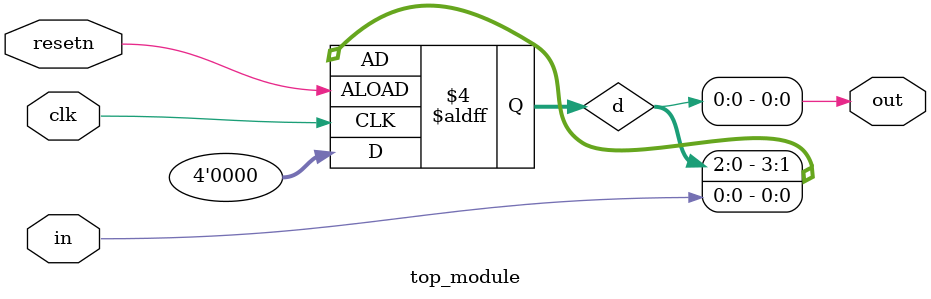
<source format=sv>
module top_module (
	input clk,
	input resetn,
	input in,
	output out
);

reg [3:0] d;
wire reset;

assign reset = ~resetn;

assign out = d[0];

always @(posedge clk, posedge reset) begin
	if (!reset)
		d <= 4'b0;
	else
		d <= {d[2:0], in};
end

endmodule

</source>
